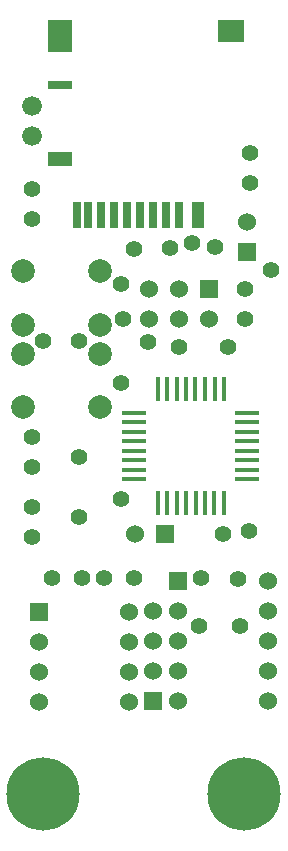
<source format=gbs>
G04 (created by PCBNEW (2013-07-07 BZR 4022)-stable) date 2015/01/28 14:14:02*
%MOIN*%
G04 Gerber Fmt 3.4, Leading zero omitted, Abs format*
%FSLAX34Y34*%
G01*
G70*
G90*
G04 APERTURE LIST*
%ADD10C,0.00590551*%
%ADD11R,0.0787X0.0177*%
%ADD12R,0.0177X0.0787*%
%ADD13R,0.06X0.06*%
%ADD14C,0.06*%
%ADD15C,0.066*%
%ADD16C,0.056*%
%ADD17R,0.0393701X0.0866142*%
%ADD18R,0.0275591X0.0866142*%
%ADD19R,0.0255906X0.0866142*%
%ADD20R,0.0787402X0.0472441*%
%ADD21R,0.0787402X0.0314961*%
%ADD22R,0.0787402X0.110236*%
%ADD23R,0.0905512X0.0748031*%
%ADD24C,0.055*%
%ADD25C,0.0787402*%
%ADD26C,0.244094*%
G04 APERTURE END LIST*
G54D10*
G54D11*
X28222Y-29812D03*
X28222Y-30127D03*
X28222Y-30442D03*
X28222Y-30757D03*
X28222Y-31072D03*
X28222Y-31387D03*
X28222Y-31702D03*
X28222Y-32017D03*
X31988Y-32015D03*
X31988Y-29805D03*
X31988Y-30125D03*
X31988Y-30445D03*
X31988Y-30755D03*
X31988Y-31075D03*
X31988Y-31385D03*
X31988Y-31705D03*
G54D12*
X29006Y-32805D03*
X29320Y-32805D03*
X29636Y-32805D03*
X29950Y-32805D03*
X30266Y-32805D03*
X30580Y-32805D03*
X30896Y-32805D03*
X31210Y-32805D03*
X29008Y-29025D03*
X29318Y-29025D03*
X29638Y-29025D03*
X29948Y-29025D03*
X30258Y-29025D03*
X30578Y-29025D03*
X30898Y-29025D03*
X31218Y-29025D03*
G54D13*
X30724Y-25681D03*
G54D14*
X30724Y-26681D03*
X29724Y-25681D03*
X29724Y-26681D03*
X28724Y-25681D03*
X28724Y-26681D03*
G54D13*
X31968Y-24437D03*
G54D14*
X31968Y-23437D03*
G54D15*
X24803Y-20578D03*
X24803Y-19578D03*
G54D16*
X26377Y-31283D03*
X26377Y-33283D03*
G54D17*
X30334Y-23228D03*
G54D18*
X29724Y-23228D03*
X29291Y-23228D03*
X28858Y-23228D03*
X28425Y-23228D03*
X27992Y-23228D03*
X27559Y-23228D03*
X27125Y-23228D03*
G54D19*
X26692Y-23228D03*
X26318Y-23228D03*
G54D20*
X25748Y-21338D03*
G54D21*
X25748Y-18897D03*
G54D22*
X25748Y-17263D03*
G54D23*
X31456Y-17086D03*
G54D13*
X25035Y-36452D03*
G54D14*
X25035Y-37452D03*
X25035Y-38452D03*
X25035Y-39452D03*
X28035Y-39452D03*
X28035Y-38452D03*
X28035Y-37452D03*
X28035Y-36452D03*
G54D13*
X29681Y-35401D03*
G54D14*
X29681Y-36401D03*
X29681Y-37401D03*
X29681Y-38401D03*
X29681Y-39401D03*
X32681Y-39401D03*
X32681Y-38401D03*
X32681Y-37401D03*
X32681Y-36401D03*
X32681Y-35401D03*
G54D24*
X24803Y-32964D03*
X24803Y-33964D03*
X24803Y-31602D03*
X24803Y-30602D03*
X31929Y-25681D03*
X31929Y-26681D03*
X32086Y-21153D03*
X32086Y-22153D03*
G54D25*
X27066Y-27854D03*
X27066Y-29625D03*
X24507Y-29625D03*
X24507Y-27854D03*
X27066Y-25098D03*
X27066Y-26870D03*
X24507Y-26870D03*
X24507Y-25098D03*
G54D24*
X26484Y-35314D03*
X25484Y-35314D03*
X27216Y-35314D03*
X28216Y-35314D03*
X24803Y-22334D03*
X24803Y-23334D03*
G54D13*
X28858Y-39413D03*
G54D14*
X28858Y-38413D03*
X28858Y-37413D03*
X28858Y-36413D03*
G54D13*
X29240Y-33858D03*
G54D14*
X28240Y-33858D03*
G54D26*
X25196Y-42519D03*
X31889Y-42519D03*
G54D24*
X30393Y-36929D03*
X31751Y-36929D03*
X27795Y-28818D03*
X27795Y-32677D03*
X25196Y-27401D03*
X26377Y-27401D03*
X32795Y-25039D03*
X32047Y-33740D03*
X27795Y-25511D03*
X27834Y-26692D03*
X29400Y-24300D03*
X28200Y-24350D03*
X31350Y-27625D03*
X29700Y-27625D03*
X30150Y-24150D03*
X28681Y-27440D03*
X31181Y-33858D03*
X30905Y-24291D03*
X31692Y-35354D03*
X30433Y-35314D03*
M02*

</source>
